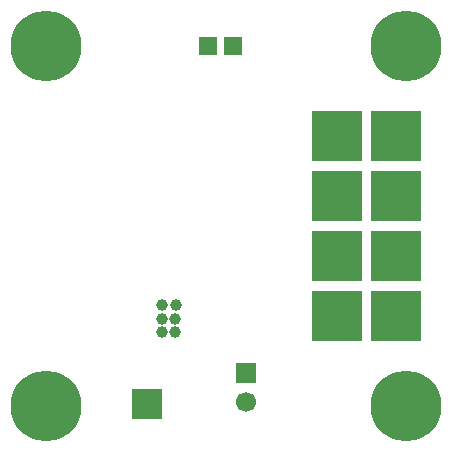
<source format=gbr>
G04 #@! TF.FileFunction,Soldermask,Top*
%FSLAX46Y46*%
G04 Gerber Fmt 4.6, Leading zero omitted, Abs format (unit mm)*
G04 Created by KiCad (PCBNEW 4.0.2-stable) date 07/11/2016 13:31:13*
%MOMM*%
G01*
G04 APERTURE LIST*
%ADD10C,0.150000*%
%ADD11C,6.000000*%
%ADD12R,4.210000X4.210000*%
%ADD13R,2.635200X2.635200*%
%ADD14C,1.000000*%
%ADD15C,1.700000*%
%ADD16R,1.700000X1.700000*%
%ADD17R,1.598880X1.598880*%
G04 APERTURE END LIST*
D10*
D11*
X121920000Y-71120000D03*
X152400000Y-71120000D03*
X121920000Y-101600000D03*
X152400000Y-101600000D03*
D12*
X151558000Y-93980000D03*
X146558000Y-93980000D03*
X151558000Y-88900000D03*
X146558000Y-88900000D03*
X151558000Y-78740000D03*
X146558000Y-78740000D03*
X151558000Y-83820000D03*
X146558000Y-83820000D03*
D13*
X130429000Y-101473000D03*
D14*
X132842000Y-94234000D03*
X131762500Y-94234000D03*
X132842000Y-95377000D03*
X131762500Y-95377000D03*
X132905500Y-93027500D03*
X131762500Y-93027500D03*
D15*
X138811000Y-101306000D03*
D16*
X138811000Y-98806000D03*
D17*
X137701020Y-71120000D03*
X135602980Y-71120000D03*
M02*

</source>
